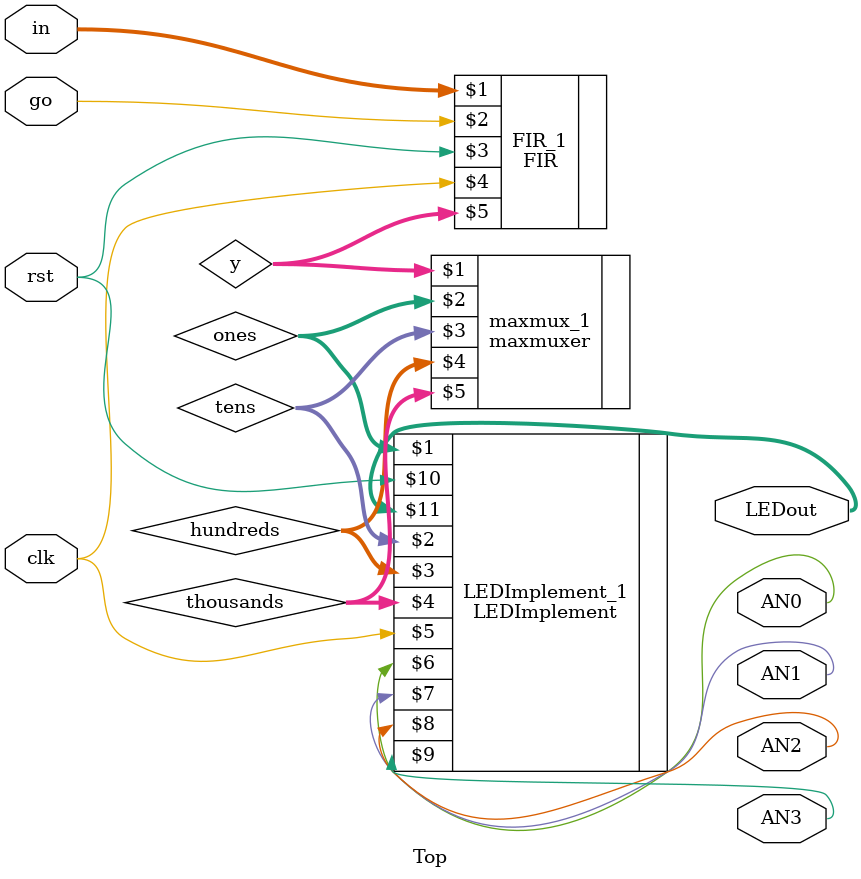
<source format=v>

module Top(in,rst,go,clk,AN0,AN1,AN2,AN3,LEDout);

	input [7:0] in;
	input rst;
	input go;
	input clk;

	output [6:0]LEDout;
	output AN0,AN1,AN2,AN3;
	
	wire [15:0]y;
	wire [7:0] ones,tens,hundreds,thousands;
	
	wire AN0,AN1,AN2,AN3;
	wire [6:0] LEDout;

	FIR FIR_1(in,go,rst,clk,y);
	maxmuxer maxmux_1(y,ones,tens,hundreds,thousands);
	LEDImplement LEDImplement_1(ones,tens,hundreds,thousands,clk,AN0,AN1,AN2,AN3,rst,LEDout);
	
	
endmodule

</source>
